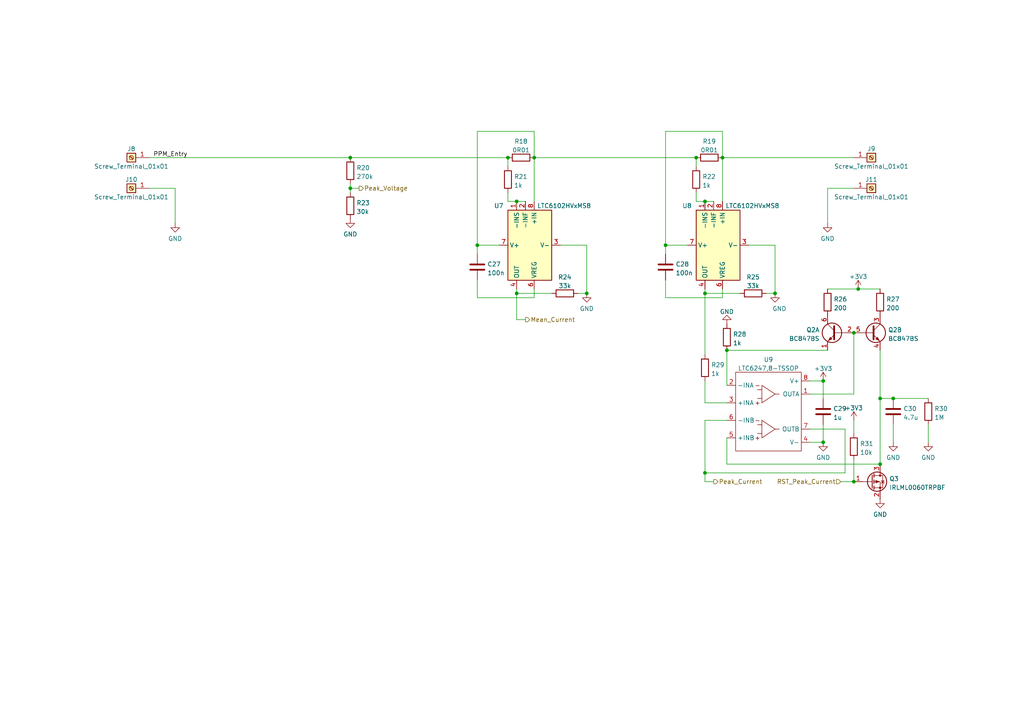
<source format=kicad_sch>
(kicad_sch (version 20211123) (generator eeschema)
  (paper "A4")
  (lib_symbols
    (symbol "Amplifier_Current:LTC6102HVxMS8"
      (property "Reference" "U" (at -10.16 8.89 0))
      (property "Value" "LTC6102HVxMS8" (at 1.27 8.89 0))
      (symbol "LTC6102HVxMS8_0_1"
        (rectangle (start -10.16 7.62) (end 10.16 -5.08) (stroke (width 0.254)) (fill (type background)))
      )
      (symbol "LTC6102HVxMS8_1_1"
        (pin input line (at -12.7 5.08 0) (length 2.54) (name "-INS") (number "1"))
        (pin input line (at -12.7 2.54 0) (length 2.54) (name "-INF") (number "2"))
        (pin power_in line (at 0 -7.62 90) (length 2.54) (name "V-") (number "3"))
        (pin output line (at 12.7 5.08 180) (length 2.54) (name "OUT") (number "4"))
        (pin passive line (at 0 -7.62 90) (length 2.54) hide (name "V-") (number "5"))
        (pin output line (at 12.7 0 180) (length 2.54) (name "VREG") (number "6"))
        (pin power_in line (at 0 10.16 270) (length 2.54) (name "V+") (number "7"))
        (pin input line (at -12.7 0 0) (length 2.54) (name "+IN") (number "8"))
      )
    )
    (symbol "Connector:Screw_Terminal_01x01" (pin_names (offset 1.016) hide)
      (property "Reference" "J" (at 0 2.54 0))
      (property "Value" "Screw_Terminal_01x01" (at 0 -2.54 0))
      (symbol "Screw_Terminal_01x01_1_1"
        (rectangle (start -1.27 1.27) (end 1.27 -1.27) (stroke (width 0.254)) (fill (type background)))
        (polyline (pts (xy -0.5334 0.3302) (xy 0.3302 -0.508)) (stroke (width 0.1524)))
        (polyline (pts (xy -0.3556 0.508) (xy 0.508 -0.3302)) (stroke (width 0.1524)))
        (circle (center 0 0) (radius 0.635) (stroke (width 0.1524)))
        (pin passive line (at -5.08 0 0) (length 3.81) (name "Pin_1") (number "1"))
      )
    )
    (symbol "Device:C" (pin_numbers hide) (pin_names (offset 0.254))
      (property "Reference" "C" (at 0.635 2.54 0))
      (property "Value" "C" (at 0.635 -2.54 0))
      (symbol "C_0_1"
        (polyline (pts (xy -2.032 -0.762) (xy 2.032 -0.762)) (stroke (width 0.508)))
        (polyline (pts (xy -2.032 0.762) (xy 2.032 0.762)) (stroke (width 0.508)))
      )
      (symbol "C_1_1"
        (pin passive line (at 0 3.81 270) (length 2.794) (name "~") (number "1"))
        (pin passive line (at 0 -3.81 90) (length 2.794) (name "~") (number "2"))
      )
    )
    (symbol "Device:Q_PMOS_GSD" (pin_names (offset 0) hide)
      (property "Reference" "Q" (at 5.08 1.27 0))
      (property "Value" "Q_PMOS_GSD" (at 5.08 -1.27 0))
      (symbol "Q_PMOS_GSD_0_1"
        (polyline (pts (xy 0.254 0) (xy -2.54 0)))
        (polyline (pts (xy 0.254 1.905) (xy 0.254 -1.905)) (stroke (width 0.254)))
        (polyline (pts (xy 0.762 -1.27) (xy 0.762 -2.286)) (stroke (width 0.254)))
        (polyline (pts (xy 0.762 0.508) (xy 0.762 -0.508)) (stroke (width 0.254)))
        (polyline (pts (xy 0.762 2.286) (xy 0.762 1.27)) (stroke (width 0.254)))
        (polyline (pts (xy 2.54 2.54) (xy 2.54 1.778)))
        (polyline (pts (xy 2.54 -2.54) (xy 2.54 0) (xy 0.762 0)))
        (polyline (pts (xy 0.762 1.778) (xy 3.302 1.778) (xy 3.302 -1.778) (xy 0.762 -1.778)))
        (polyline (pts (xy 2.286 0) (xy 1.27 0.381) (xy 1.27 -0.381) (xy 2.286 0)) (fill (type outline)))
        (polyline (pts (xy 2.794 -0.508) (xy 2.921 -0.381) (xy 3.683 -0.381) (xy 3.81 -0.254)))
        (polyline (pts (xy 3.302 -0.381) (xy 2.921 0.254) (xy 3.683 0.254) (xy 3.302 -0.381)))
        (circle (center 1.651 0) (radius 2.794) (stroke (width 0.254)))
        (circle (center 2.54 -1.778) (radius 0.254) (fill (type outline)))
        (circle (center 2.54 1.778) (radius 0.254) (fill (type outline)))
      )
      (symbol "Q_PMOS_GSD_1_1"
        (pin input line (at -5.08 0 0) (length 2.54) (name "G") (number "1"))
        (pin passive line (at 2.54 -5.08 90) (length 2.54) (name "S") (number "2"))
        (pin passive line (at 2.54 5.08 270) (length 2.54) (name "D") (number "3"))
      )
    )
    (symbol "Device:R" (pin_numbers hide) (pin_names (offset 0))
      (property "Reference" "R" (at 2.032 0 90))
      (property "Value" "R" (at 0 0 90))
      (symbol "R_0_1"
        (rectangle (start -1.016 -2.54) (end 1.016 2.54) (stroke (width 0.254)))
      )
      (symbol "R_1_1"
        (pin passive line (at 0 3.81 270) (length 1.27) (name "~") (number "1"))
        (pin passive line (at 0 -3.81 90) (length 1.27) (name "~") (number "2"))
      )
    )
    (symbol "MASA:LTC6247,8-TSSOP"
      (property "Reference" "U" (at -7.62 1.27 0))
      (property "Value" "LTC6247,8-TSSOP" (at 1.27 -24.13 0))
      (symbol "LTC6247,8-TSSOP_0_0"
        (rectangle (start -8.89 0) (end 10.16 -22.86) (stroke (width 0.1524)))
        (text "+" (at -2.54 -19.05 0) (effects (font (size 1.27 1.27))))
        (text "+" (at -2.54 -8.89 0) (effects (font (size 1.27 1.27))))
        (text "-" (at -2.54 -13.97 0) (effects (font (size 1.27 1.27))))
        (text "-" (at -2.54 -3.81 0) (effects (font (size 1.27 1.27))))
      )
      (symbol "LTC6247,8-TSSOP_0_1"
        (polyline (pts (xy -1.27 -17.78) (xy -2.54 -17.78)) (stroke (width 0.1524)))
        (polyline (pts (xy -1.27 -15.24) (xy -2.54 -15.24)) (stroke (width 0.1524)))
        (polyline (pts (xy -1.27 -7.62) (xy -2.54 -7.62)) (stroke (width 0.1524)))
        (polyline (pts (xy -1.27 -5.08) (xy -2.54 -5.08)) (stroke (width 0.1524)))
        (polyline (pts (xy 2.54 -16.51) (xy 3.81 -16.51)) (stroke (width 0.1524)))
        (polyline (pts (xy 2.54 -6.35) (xy 3.81 -6.35)) (stroke (width 0.1524)))
        (polyline (pts (xy -1.27 -13.97) (xy -1.27 -19.05) (xy 2.54 -16.51) (xy -1.27 -13.97)) (stroke (width 0.1524)))
        (polyline (pts (xy -1.27 -8.89) (xy -1.27 -3.81) (xy 2.54 -6.35) (xy -1.27 -8.89)) (stroke (width 0.1524)))
      )
      (symbol "LTC6247,8-TSSOP_1_1"
        (pin output line (at 12.7 -6.35 180) (length 2.54) (name "OUTA") (number "1"))
        (pin output line (at -11.43 -3.81 0) (length 2.54) (name "-INA") (number "2"))
        (pin output line (at -11.43 -8.89 0) (length 2.54) (name "+INA") (number "3"))
        (pin power_in line (at 12.7 -20.32 180) (length 2.54) (name "V-") (number "4"))
        (pin output line (at -11.43 -19.05 0) (length 2.54) (name "+INB") (number "5"))
        (pin output line (at -11.43 -13.97 0) (length 2.54) (name "-INB") (number "6"))
        (pin output line (at 12.7 -16.51 180) (length 2.54) (name "OUTB") (number "7"))
        (pin power_in line (at 12.7 -2.54 180) (length 2.54) (name "V+") (number "8"))
      )
    )
    (symbol "Transistor_BJT:BC847BS" (pin_names (offset 0) hide)
      (property "Reference" "Q" (at 5.08 1.27 0))
      (property "Value" "BC847BS" (at 5.08 -1.27 0))
      (symbol "BC847BS_0_1"
        (polyline (pts (xy 0.635 0) (xy -2.54 0)))
        (polyline (pts (xy 0.635 0.635) (xy 2.54 2.54)))
        (polyline (pts (xy 0.635 -0.635) (xy 2.54 -2.54) (xy 2.54 -2.54)))
        (polyline (pts (xy 0.635 1.905) (xy 0.635 -1.905) (xy 0.635 -1.905)) (stroke (width 0.508)))
        (polyline (pts (xy 1.27 -1.778) (xy 1.778 -1.27) (xy 2.286 -2.286) (xy 1.27 -1.778) (xy 1.27 -1.778)) (fill (type outline)))
        (circle (center 1.27 0) (radius 2.8194) (stroke (width 0.254)))
      )
      (symbol "BC847BS_1_1"
        (pin passive line (at 2.54 -5.08 90) (length 2.54) (name "E1") (number "1"))
        (pin input line (at -5.08 0 0) (length 2.54) (name "B1") (number "2"))
        (pin passive line (at 2.54 5.08 270) (length 2.54) (name "C1") (number "6"))
      )
      (symbol "BC847BS_2_1"
        (pin passive line (at 2.54 5.08 270) (length 2.54) (name "C2") (number "3"))
        (pin passive line (at 2.54 -5.08 90) (length 2.54) (name "E2") (number "4"))
        (pin input line (at -5.08 0 0) (length 2.54) (name "B2") (number "5"))
      )
    )
    (symbol "power:+3V3" (power) (pin_names (offset 0))
      (property "Value" "+3V3" (at 0 3.556 0))
      (symbol "+3V3_0_1"
        (polyline (pts (xy -0.762 1.27) (xy 0 2.54)))
        (polyline (pts (xy 0 0) (xy 0 2.54)))
        (polyline (pts (xy 0 2.54) (xy 0.762 1.27)))
      )
      (symbol "+3V3_1_1"
        (pin power_in line (at 0 0 90) (length 0) hide (name "+3V3") (number "1"))
      )
    )
    (symbol "power:GND" (power) (pin_names (offset 0))
      (property "Value" "GND" (at 0 -3.81 0))
      (symbol "GND_0_1"
        (polyline (pts (xy 0 0) (xy 0 -1.27) (xy 1.27 -1.27) (xy 0 -2.54) (xy -1.27 -1.27) (xy 0 -1.27)))
      )
      (symbol "GND_1_1"
        (pin power_in line (at 0 0 270) (length 0) hide (name "GND") (number "1"))
      )
    )
  )
  (junction (at 201.93 45.72))
  (junction (at 255.27 134.62))
  (junction (at 154.94 45.72))
  (junction (at 209.55 45.72))
  (junction (at 170.18 85.09))
  (junction (at 238.76 128.27))
  (junction (at 238.76 110.49))
  (junction (at 138.43 71.12))
  (junction (at 259.08 115.57))
  (junction (at 149.86 58.42))
  (junction (at 247.65 96.52))
  (junction (at 204.47 58.42))
  (junction (at 204.47 85.09))
  (junction (at 101.6 54.61))
  (junction (at 204.47 137.16))
  (junction (at 149.86 85.09))
  (junction (at 255.27 115.57))
  (junction (at 210.82 101.6))
  (junction (at 248.92 83.82))
  (junction (at 193.04 71.12))
  (junction (at 101.6 45.72))
  (junction (at 247.65 139.7))
  (junction (at 147.32 45.72))
  (junction (at 224.79 85.09))
  (wire (pts (xy 138.43 86.36) (xy 154.94 86.36)))
  (wire (pts (xy 259.08 115.57) (xy 255.27 115.57)))
  (wire (pts (xy 247.65 121.92) (xy 247.65 125.73)))
  (wire (pts (xy 204.47 137.16) (xy 245.11 137.16)))
  (wire (pts (xy 243.84 139.7) (xy 247.65 139.7)))
  (wire (pts (xy 209.55 38.1) (xy 209.55 45.72)))
  (wire (pts (xy 147.32 55.88) (xy 147.32 58.42)))
  (wire (pts (xy 160.02 85.09) (xy 149.86 85.09)))
  (wire (pts (xy 247.65 96.52) (xy 247.65 114.3)))
  (wire (pts (xy 193.04 81.28) (xy 193.04 86.36)))
  (wire (pts (xy 138.43 38.1) (xy 154.94 38.1)))
  (wire (pts (xy 238.76 115.57) (xy 238.76 110.49)))
  (wire (pts (xy 147.32 58.42) (xy 149.86 58.42)))
  (wire (pts (xy 50.8 54.61) (xy 50.8 64.77)))
  (wire (pts (xy 193.04 71.12) (xy 193.04 38.1)))
  (wire (pts (xy 259.08 115.57) (xy 269.24 115.57)))
  (wire (pts (xy 238.76 110.49) (xy 234.95 110.49)))
  (wire (pts (xy 138.43 81.28) (xy 138.43 86.36)))
  (wire (pts (xy 193.04 86.36) (xy 209.55 86.36)))
  (wire (pts (xy 193.04 73.66) (xy 193.04 71.12)))
  (wire (pts (xy 214.63 85.09) (xy 204.47 85.09)))
  (wire (pts (xy 104.14 54.61) (xy 101.6 54.61)))
  (wire (pts (xy 138.43 71.12) (xy 144.78 71.12)))
  (wire (pts (xy 234.95 114.3) (xy 247.65 114.3)))
  (wire (pts (xy 204.47 110.49) (xy 204.47 116.84)))
  (wire (pts (xy 209.55 86.36) (xy 209.55 83.82)))
  (wire (pts (xy 149.86 85.09) (xy 149.86 92.71)))
  (wire (pts (xy 224.79 85.09) (xy 224.79 71.12)))
  (wire (pts (xy 240.03 83.82) (xy 248.92 83.82)))
  (wire (pts (xy 269.24 123.19) (xy 269.24 128.27)))
  (wire (pts (xy 154.94 45.72) (xy 201.93 45.72)))
  (wire (pts (xy 154.94 45.72) (xy 154.94 58.42)))
  (wire (pts (xy 245.11 137.16) (xy 245.11 124.46)))
  (wire (pts (xy 167.64 85.09) (xy 170.18 85.09)))
  (wire (pts (xy 255.27 115.57) (xy 255.27 134.62)))
  (wire (pts (xy 248.92 83.82) (xy 255.27 83.82)))
  (wire (pts (xy 210.82 121.92) (xy 204.47 121.92)))
  (wire (pts (xy 204.47 58.42) (xy 207.01 58.42)))
  (wire (pts (xy 245.11 124.46) (xy 234.95 124.46)))
  (wire (pts (xy 255.27 134.62) (xy 210.82 134.62)))
  (wire (pts (xy 152.4 92.71) (xy 149.86 92.71)))
  (wire (pts (xy 201.93 55.88) (xy 201.93 58.42)))
  (wire (pts (xy 247.65 54.61) (xy 240.03 54.61)))
  (wire (pts (xy 240.03 101.6) (xy 210.82 101.6)))
  (wire (pts (xy 162.56 71.12) (xy 170.18 71.12)))
  (wire (pts (xy 210.82 127) (xy 210.82 134.62)))
  (wire (pts (xy 259.08 123.19) (xy 259.08 128.27)))
  (wire (pts (xy 247.65 133.35) (xy 247.65 139.7)))
  (wire (pts (xy 209.55 45.72) (xy 209.55 58.42)))
  (wire (pts (xy 210.82 101.6) (xy 210.82 111.76)))
  (wire (pts (xy 101.6 54.61) (xy 101.6 55.88)))
  (wire (pts (xy 204.47 139.7) (xy 204.47 137.16)))
  (wire (pts (xy 193.04 71.12) (xy 199.39 71.12)))
  (wire (pts (xy 204.47 116.84) (xy 210.82 116.84)))
  (wire (pts (xy 217.17 71.12) (xy 224.79 71.12)))
  (wire (pts (xy 170.18 85.09) (xy 170.18 71.12)))
  (wire (pts (xy 204.47 121.92) (xy 204.47 137.16)))
  (wire (pts (xy 193.04 38.1) (xy 209.55 38.1)))
  (wire (pts (xy 101.6 45.72) (xy 147.32 45.72)))
  (wire (pts (xy 255.27 115.57) (xy 255.27 101.6)))
  (wire (pts (xy 201.93 45.72) (xy 201.93 48.26)))
  (wire (pts (xy 43.18 54.61) (xy 50.8 54.61)))
  (wire (pts (xy 149.86 58.42) (xy 152.4 58.42)))
  (wire (pts (xy 238.76 123.19) (xy 238.76 128.27)))
  (wire (pts (xy 147.32 45.72) (xy 147.32 48.26)))
  (wire (pts (xy 238.76 128.27) (xy 234.95 128.27)))
  (wire (pts (xy 201.93 58.42) (xy 204.47 58.42)))
  (wire (pts (xy 204.47 85.09) (xy 204.47 83.82)))
  (wire (pts (xy 149.86 85.09) (xy 149.86 83.82)))
  (wire (pts (xy 204.47 139.7) (xy 207.01 139.7)))
  (wire (pts (xy 43.18 45.72) (xy 101.6 45.72)))
  (wire (pts (xy 240.03 54.61) (xy 240.03 64.77)))
  (wire (pts (xy 101.6 54.61) (xy 101.6 53.34)))
  (wire (pts (xy 154.94 38.1) (xy 154.94 45.72)))
  (wire (pts (xy 138.43 71.12) (xy 138.43 38.1)))
  (wire (pts (xy 209.55 45.72) (xy 247.65 45.72)))
  (wire (pts (xy 222.25 85.09) (xy 224.79 85.09)))
  (wire (pts (xy 154.94 86.36) (xy 154.94 83.82)))
  (wire (pts (xy 204.47 85.09) (xy 204.47 102.87)))
  (wire (pts (xy 138.43 73.66) (xy 138.43 71.12)))
  (label "PPM_Entry" (at 44.45 45.72 0))
  (hierarchical_label "Mean_Current" (shape output) (at 152.4 92.71 0))
  (hierarchical_label "RST_Peak_Current" (shape input) (at 243.84 139.7 180))
  (hierarchical_label "Peak_Current" (shape output) (at 207.01 139.7 0))
  (hierarchical_label "Peak_Voltage" (shape output) (at 104.14 54.61 0))
  (symbol (lib_id "Device:R") (at 204.47 106.68 180) (unit 1)
    (property "Reference" "R29" (at 206.248 105.8453 0) (effects (justify right)))
    (property "Value" "1k" (at 206.248 108.3822 0) (effects (justify right)))
    (property "Footprint" "Resistor_SMD:R_0805_2012Metric_Pad1.20x1.40mm_HandSolder" (effects hide))
  )
  (symbol (lib_id "Connector:Screw_Terminal_01x01") (at 38.1 54.61 180) (unit 1)
    (property "Reference" "J10" (at 38.1 52.07 0))
    (property "Value" "Screw_Terminal_01x01" (at 38.1 57.15 0))
    (property "Footprint" "MASA_footprint:ScrewTerminal_1x01_5x7mm" (effects hide))
  )
  (symbol (lib_id "Device:C") (at 193.04 77.47 180) (unit 1)
    (property "Reference" "C28" (at 195.961 76.6353 0) (effects (justify right)))
    (property "Value" "100n" (at 195.961 79.1722 0) (effects (justify right)))
    (property "Footprint" "Capacitor_SMD:C_0805_2012Metric_Pad1.18x1.45mm_HandSolder" (effects hide))
  )
  (symbol (lib_id "Device:R") (at 201.93 52.07 180) (unit 1)
    (property "Reference" "R22" (at 203.708 51.2353 0) (effects (justify right)))
    (property "Value" "1k" (at 203.708 53.7722 0) (effects (justify right)))
    (property "Footprint" "Resistor_SMD:R_0805_2012Metric_Pad1.20x1.40mm_HandSolder" (effects hide))
  )
  (symbol (lib_id "Device:Q_PMOS_GSD") (at 252.73 139.7 0) (unit 1)
    (property "Reference" "Q3" (at 257.937 138.8653 0) (effects (justify left)))
    (property "Value" "IRLML0060TRPBF" (at 257.937 141.4022 0) (effects (justify left)))
    (property "Footprint" "Package_TO_SOT_SMD:SOT-23" (effects hide))
  )
  (symbol (lib_id "power:GND") (at 240.03 64.77 0) (unit 1)
    (property "Reference" "#PWR083" (effects hide))
    (property "Value" "GND" (at 240.03 69.2134 0))
  )
  (symbol (lib_id "power:GND") (at 255.27 144.78 0) (unit 1)
    (property "Reference" "#PWR093" (effects hide))
    (property "Value" "GND" (at 255.27 149.2234 0))
  )
  (symbol (lib_id "power:GND") (at 101.6 63.5 0) (unit 1)
    (property "Reference" "#PWR081" (effects hide))
    (property "Value" "GND" (at 101.6 67.9434 0))
  )
  (symbol (lib_id "power:GND") (at 238.76 128.27 0) (unit 1)
    (property "Reference" "#PWR090" (effects hide))
    (property "Value" "GND" (at 238.76 132.7134 0))
  )
  (symbol (lib_id "power:GND") (at 170.18 85.09 0) (unit 1)
    (property "Reference" "#PWR085" (effects hide))
    (property "Value" "GND" (at 170.18 89.5334 0))
  )
  (symbol (lib_id "Device:R") (at 101.6 49.53 0) (unit 1)
    (property "Reference" "R20" (at 103.378 48.6953 0) (effects (justify left)))
    (property "Value" "270k" (at 103.378 51.2322 0) (effects (justify left)))
    (property "Footprint" "Resistor_SMD:R_0805_2012Metric_Pad1.20x1.40mm_HandSolder" (effects hide))
  )
  (symbol (lib_id "Amplifier_Current:LTC6102HVxMS8") (at 209.55 71.12 90) (mirror x) (unit 1)
    (property "Reference" "U8" (at 200.66 59.69 90) (effects (justify left)))
    (property "Value" "LTC6102HVxMS8" (at 226.06 59.69 90) (effects (justify left)))
    (property "Footprint" "Package_SO:MSOP-8_3x3mm_P0.65mm" (effects hide))
    (property "Datasheet" "https://www.analog.com/media/en/technical-documentation/data-sheets/6102fe.pdf" (effects hide))
  )
  (symbol (lib_id "power:+3V3") (at 238.76 110.49 0) (unit 1)
    (property "Reference" "#PWR088" (effects hide))
    (property "Value" "+3V3" (at 238.76 106.9142 0))
  )
  (symbol (lib_id "Device:R") (at 269.24 119.38 0) (unit 1)
    (property "Reference" "R30" (at 271.018 118.5453 0) (effects (justify left)))
    (property "Value" "1M" (at 271.018 121.0822 0) (effects (justify left)))
    (property "Footprint" "Resistor_SMD:R_0805_2012Metric_Pad1.20x1.40mm_HandSolder" (effects hide))
  )
  (symbol (lib_id "Connector:Screw_Terminal_01x01") (at 252.73 54.61 0) (unit 1)
    (property "Reference" "J11" (at 252.73 52.07 0))
    (property "Value" "Screw_Terminal_01x01" (at 252.73 57.15 0))
    (property "Footprint" "MASA_footprint:ScrewTerminal_1x01_5x7mm" (effects hide))
  )
  (symbol (lib_id "power:GND") (at 50.8 64.77 0) (unit 1)
    (property "Reference" "#PWR082" (effects hide))
    (property "Value" "GND" (at 50.8 69.2134 0))
  )
  (symbol (lib_id "power:GND") (at 259.08 128.27 0) (unit 1)
    (property "Reference" "#PWR091" (effects hide))
    (property "Value" "GND" (at 259.08 132.7134 0))
  )
  (symbol (lib_id "Device:R") (at 101.6 59.69 0) (unit 1)
    (property "Reference" "R23" (at 103.378 58.8553 0) (effects (justify left)))
    (property "Value" "30k" (at 103.378 61.3922 0) (effects (justify left)))
    (property "Footprint" "Resistor_SMD:R_0805_2012Metric_Pad1.20x1.40mm_HandSolder" (effects hide))
  )
  (symbol (lib_id "Transistor_BJT:BC847BS") (at 252.73 96.52 0) (unit 2)
    (property "Reference" "Q2" (at 257.5814 95.6853 0) (effects (justify left)))
    (property "Value" "BC847BS" (at 257.5814 98.2222 0) (effects (justify left)))
    (property "Footprint" "Package_TO_SOT_SMD:SOT-363_SC-70-6" (effects hide))
    (property "Datasheet" "https://assets.nexperia.com/documents/data-sheet/BC847BS.pdf" (effects hide))
  )
  (symbol (lib_id "Device:C") (at 259.08 119.38 180) (unit 1)
    (property "Reference" "C30" (at 262.001 118.5453 0) (effects (justify right)))
    (property "Value" "4.7u" (at 262.001 121.0822 0) (effects (justify right)))
    (property "Footprint" "Capacitor_SMD:C_0805_2012Metric_Pad1.18x1.45mm_HandSolder" (effects hide))
  )
  (symbol (lib_id "power:+3V3") (at 248.92 83.82 0) (unit 1)
    (property "Reference" "#PWR084" (effects hide))
    (property "Value" "+3V3" (at 248.92 80.2442 0))
  )
  (symbol (lib_id "Amplifier_Current:LTC6102HVxMS8") (at 154.94 71.12 90) (mirror x) (unit 1)
    (property "Reference" "U7" (at 146.05 59.69 90) (effects (justify left)))
    (property "Value" "LTC6102HVxMS8" (at 171.45 59.69 90) (effects (justify left)))
    (property "Footprint" "Package_SO:MSOP-8_3x3mm_P0.65mm" (effects hide))
    (property "Datasheet" "https://www.analog.com/media/en/technical-documentation/data-sheets/6102fe.pdf" (effects hide))
  )
  (symbol (lib_id "Device:R") (at 147.32 52.07 180) (unit 1)
    (property "Reference" "R21" (at 149.098 51.2353 0) (effects (justify right)))
    (property "Value" "1k" (at 149.098 53.7722 0) (effects (justify right)))
    (property "Footprint" "Resistor_SMD:R_0805_2012Metric_Pad1.20x1.40mm_HandSolder" (effects hide))
  )
  (symbol (lib_id "Connector:Screw_Terminal_01x01") (at 252.73 45.72 0) (unit 1)
    (property "Reference" "J9" (at 252.73 43.18 0))
    (property "Value" "Screw_Terminal_01x01" (at 252.73 48.26 0))
    (property "Footprint" "MASA_footprint:ScrewTerminal_1x01_5x7mm" (effects hide))
  )
  (symbol (lib_id "Device:R") (at 255.27 87.63 0) (unit 1)
    (property "Reference" "R27" (at 257.048 86.7953 0) (effects (justify left)))
    (property "Value" "200" (at 257.048 89.3322 0) (effects (justify left)))
    (property "Footprint" "Resistor_SMD:R_0805_2012Metric_Pad1.20x1.40mm_HandSolder" (effects hide))
  )
  (symbol (lib_id "power:+3V3") (at 247.65 121.92 0) (unit 1)
    (property "Reference" "#PWR089" (effects hide))
    (property "Value" "+3V3" (at 247.65 118.3442 0))
  )
  (symbol (lib_id "Connector:Screw_Terminal_01x01") (at 38.1 45.72 180) (unit 1)
    (property "Reference" "J8" (at 38.1 43.18 0))
    (property "Value" "Screw_Terminal_01x01" (at 38.1 48.26 0))
    (property "Footprint" "MASA_footprint:ScrewTerminal_1x01_5x7mm" (effects hide))
  )
  (symbol (lib_id "MASA:LTC6247,8-TSSOP") (at 222.25 107.95 0) (unit 1)
    (property "Reference" "U9" (at 222.885 104.301 0))
    (property "Value" "LTC6247,8-TSSOP" (at 222.885 106.8379 0))
    (property "Footprint" "Package_SO:TSSOP-8_3x3mm_P0.65mm" (effects hide))
    (property "Datasheet" "https://www.analog.com/media/en/technical-documentation/data-sheets/LTC6246-6247-6248.pdf" (effects hide))
  )
  (symbol (lib_id "Device:R") (at 247.65 129.54 0) (unit 1)
    (property "Reference" "R31" (at 249.428 128.7053 0) (effects (justify left)))
    (property "Value" "10k" (at 249.428 131.2422 0) (effects (justify left)))
    (property "Footprint" "Resistor_SMD:R_0805_2012Metric_Pad1.20x1.40mm_HandSolder" (effects hide))
  )
  (symbol (lib_id "power:GND") (at 210.82 93.98 180) (unit 1)
    (property "Reference" "#PWR087" (effects hide))
    (property "Value" "GND" (at 210.82 90.4042 0))
  )
  (symbol (lib_id "Device:R") (at 210.82 97.79 180) (unit 1)
    (property "Reference" "R28" (at 212.598 96.9553 0) (effects (justify right)))
    (property "Value" "1k" (at 212.598 99.4922 0) (effects (justify right)))
    (property "Footprint" "Resistor_SMD:R_0805_2012Metric_Pad1.20x1.40mm_HandSolder" (effects hide))
  )
  (symbol (lib_id "Device:R") (at 240.03 87.63 0) (unit 1)
    (property "Reference" "R26" (at 241.808 86.7953 0) (effects (justify left)))
    (property "Value" "200" (at 241.808 89.3322 0) (effects (justify left)))
    (property "Footprint" "Resistor_SMD:R_0805_2012Metric_Pad1.20x1.40mm_HandSolder" (effects hide))
  )
  (symbol (lib_id "Device:C") (at 138.43 77.47 180) (unit 1)
    (property "Reference" "C27" (at 141.351 76.6353 0) (effects (justify right)))
    (property "Value" "100n" (at 141.351 79.1722 0) (effects (justify right)))
    (property "Footprint" "Capacitor_SMD:C_0805_2012Metric_Pad1.18x1.45mm_HandSolder" (effects hide))
  )
  (symbol (lib_id "power:GND") (at 224.79 85.09 0) (unit 1)
    (property "Reference" "#PWR086" (effects hide))
    (property "Value" "GND" (at 226.06 89.5334 0))
  )
  (symbol (lib_id "Device:C") (at 238.76 119.38 180) (unit 1)
    (property "Reference" "C29" (at 241.681 118.5453 0) (effects (justify right)))
    (property "Value" "1u" (at 241.681 121.0822 0) (effects (justify right)))
    (property "Footprint" "Capacitor_SMD:C_0805_2012Metric_Pad1.18x1.45mm_HandSolder" (effects hide))
  )
  (symbol (lib_id "Device:R") (at 218.44 85.09 270) (unit 1)
    (property "Reference" "R25" (at 218.44 80.3742 90))
    (property "Value" "33k" (at 218.44 82.9111 90))
    (property "Footprint" "Resistor_SMD:R_0805_2012Metric_Pad1.20x1.40mm_HandSolder" (effects hide))
  )
  (symbol (lib_id "Device:R") (at 151.13 45.72 90) (unit 1)
    (property "Reference" "R18" (at 151.13 41.0042 90))
    (property "Value" "0R01" (at 151.13 43.5411 90))
    (property "Footprint" "Resistor_SMD:R_2512_6332Metric_Pad1.40x3.35mm_HandSolder" (effects hide))
  )
  (symbol (lib_id "Device:R") (at 205.74 45.72 90) (unit 1)
    (property "Reference" "R19" (at 205.74 41.0042 90))
    (property "Value" "0R01" (at 205.74 43.5411 90))
    (property "Footprint" "Resistor_SMD:R_2512_6332Metric_Pad1.40x3.35mm_HandSolder" (effects hide))
  )
  (symbol (lib_id "power:GND") (at 269.24 128.27 0) (unit 1)
    (property "Reference" "#PWR092" (effects hide))
    (property "Value" "GND" (at 269.24 132.7134 0))
  )
  (symbol (lib_id "Device:R") (at 163.83 85.09 270) (unit 1)
    (property "Reference" "R24" (at 163.83 80.3742 90))
    (property "Value" "33k" (at 163.83 82.9111 90))
    (property "Footprint" "Resistor_SMD:R_0805_2012Metric_Pad1.20x1.40mm_HandSolder" (effects hide))
  )
  (symbol (lib_id "Transistor_BJT:BC847BS") (at 242.57 96.52 0) (mirror y) (unit 1)
    (property "Reference" "Q2" (at 237.7187 95.6853 0) (effects (justify left)))
    (property "Value" "BC847BS" (at 237.7187 98.2222 0) (effects (justify left)))
    (property "Footprint" "Package_TO_SOT_SMD:SOT-363_SC-70-6" (effects hide))
    (property "Datasheet" "https://assets.nexperia.com/documents/data-sheet/BC847BS.pdf" (effects hide))
  )
)
</source>
